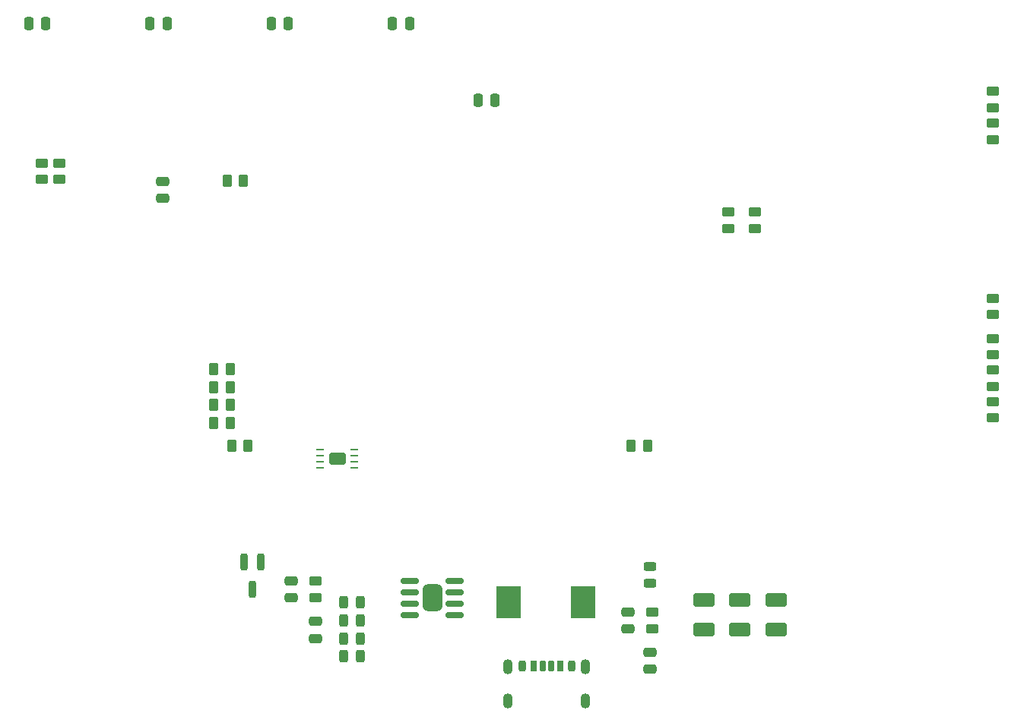
<source format=gbr>
%TF.GenerationSoftware,KiCad,Pcbnew,8.0.6*%
%TF.CreationDate,2025-01-24T00:07:20+07:00*%
%TF.ProjectId,esp_gamepad_v2,6573705f-6761-46d6-9570-61645f76322e,rev?*%
%TF.SameCoordinates,Original*%
%TF.FileFunction,Paste,Top*%
%TF.FilePolarity,Positive*%
%FSLAX46Y46*%
G04 Gerber Fmt 4.6, Leading zero omitted, Abs format (unit mm)*
G04 Created by KiCad (PCBNEW 8.0.6) date 2025-01-24 00:07:20*
%MOMM*%
%LPD*%
G01*
G04 APERTURE LIST*
G04 Aperture macros list*
%AMRoundRect*
0 Rectangle with rounded corners*
0 $1 Rounding radius*
0 $2 $3 $4 $5 $6 $7 $8 $9 X,Y pos of 4 corners*
0 Add a 4 corners polygon primitive as box body*
4,1,4,$2,$3,$4,$5,$6,$7,$8,$9,$2,$3,0*
0 Add four circle primitives for the rounded corners*
1,1,$1+$1,$2,$3*
1,1,$1+$1,$4,$5*
1,1,$1+$1,$6,$7*
1,1,$1+$1,$8,$9*
0 Add four rect primitives between the rounded corners*
20,1,$1+$1,$2,$3,$4,$5,0*
20,1,$1+$1,$4,$5,$6,$7,0*
20,1,$1+$1,$6,$7,$8,$9,0*
20,1,$1+$1,$8,$9,$2,$3,0*%
G04 Aperture macros list end*
%ADD10RoundRect,0.250000X-0.450000X0.262500X-0.450000X-0.262500X0.450000X-0.262500X0.450000X0.262500X0*%
%ADD11RoundRect,0.250000X0.450000X-0.262500X0.450000X0.262500X-0.450000X0.262500X-0.450000X-0.262500X0*%
%ADD12RoundRect,0.243750X-0.243750X-0.456250X0.243750X-0.456250X0.243750X0.456250X-0.243750X0.456250X0*%
%ADD13RoundRect,0.250000X-0.262500X-0.450000X0.262500X-0.450000X0.262500X0.450000X-0.262500X0.450000X0*%
%ADD14RoundRect,0.250000X-0.250000X-0.475000X0.250000X-0.475000X0.250000X0.475000X-0.250000X0.475000X0*%
%ADD15RoundRect,0.545793X-0.556707X-0.961707X0.556707X-0.961707X0.556707X0.961707X-0.556707X0.961707X0*%
%ADD16RoundRect,0.150000X-0.825000X-0.150000X0.825000X-0.150000X0.825000X0.150000X-0.825000X0.150000X0*%
%ADD17RoundRect,0.250000X0.475000X-0.250000X0.475000X0.250000X-0.475000X0.250000X-0.475000X-0.250000X0*%
%ADD18RoundRect,0.351875X-0.606875X-0.351875X0.606875X-0.351875X0.606875X0.351875X-0.606875X0.351875X0*%
%ADD19RoundRect,0.062500X-0.387500X-0.062500X0.387500X-0.062500X0.387500X0.062500X-0.387500X0.062500X0*%
%ADD20RoundRect,0.250001X-0.924999X0.499999X-0.924999X-0.499999X0.924999X-0.499999X0.924999X0.499999X0*%
%ADD21RoundRect,0.200000X-0.200000X0.750000X-0.200000X-0.750000X0.200000X-0.750000X0.200000X0.750000X0*%
%ADD22RoundRect,0.200000X0.200000X0.400000X-0.200000X0.400000X-0.200000X-0.400000X0.200000X-0.400000X0*%
%ADD23RoundRect,0.200000X-0.200000X-0.400000X0.200000X-0.400000X0.200000X0.400000X-0.200000X0.400000X0*%
%ADD24RoundRect,0.190000X-0.190000X-0.410000X0.190000X-0.410000X0.190000X0.410000X-0.190000X0.410000X0*%
%ADD25RoundRect,0.190000X0.190000X0.410000X-0.190000X0.410000X-0.190000X-0.410000X0.190000X-0.410000X0*%
%ADD26RoundRect,0.175000X0.175000X0.425000X-0.175000X0.425000X-0.175000X-0.425000X0.175000X-0.425000X0*%
%ADD27RoundRect,0.175000X-0.175000X-0.425000X0.175000X-0.425000X0.175000X0.425000X-0.175000X0.425000X0*%
%ADD28O,1.100000X1.700000*%
%ADD29RoundRect,0.250000X-0.475000X0.250000X-0.475000X-0.250000X0.475000X-0.250000X0.475000X0.250000X0*%
%ADD30RoundRect,0.243750X-0.456250X0.243750X-0.456250X-0.243750X0.456250X-0.243750X0.456250X0.243750X0*%
%ADD31RoundRect,0.250000X0.250000X0.475000X-0.250000X0.475000X-0.250000X-0.475000X0.250000X-0.475000X0*%
%ADD32R,2.700000X3.600000*%
G04 APERTURE END LIST*
D10*
%TO.C,R18*%
X126000000Y-115125000D03*
X126000000Y-116950000D03*
%TD*%
D11*
%TO.C,R15*%
X201500000Y-96912500D03*
X201500000Y-95087500D03*
%TD*%
D12*
%TO.C,D1*%
X129125000Y-123500000D03*
X131000000Y-123500000D03*
%TD*%
D11*
%TO.C,R16*%
X201500000Y-89912500D03*
X201500000Y-88087500D03*
%TD*%
D10*
%TO.C,R19*%
X163500000Y-118587500D03*
X163500000Y-120412500D03*
%TD*%
D11*
%TO.C,R5*%
X172000000Y-75825000D03*
X172000000Y-74000000D03*
%TD*%
D13*
%TO.C,R13*%
X114675000Y-95500000D03*
X116500000Y-95500000D03*
%TD*%
%TO.C,R14*%
X161175000Y-100000000D03*
X163000000Y-100000000D03*
%TD*%
D11*
%TO.C,R17*%
X201500000Y-93412500D03*
X201500000Y-91587500D03*
%TD*%
D14*
%TO.C,C1*%
X107600000Y-53000000D03*
X109500000Y-53000000D03*
%TD*%
D15*
%TO.C,U7*%
X139022500Y-117007500D03*
D16*
X136550000Y-115095000D03*
X136550000Y-116365000D03*
X136550000Y-117635000D03*
X136550000Y-118905000D03*
X141500000Y-118905000D03*
X141500000Y-117635000D03*
X141500000Y-116365000D03*
X141500000Y-115095000D03*
%TD*%
D17*
%TO.C,C6*%
X109000000Y-72450000D03*
X109000000Y-70550000D03*
%TD*%
D18*
%TO.C,U5*%
X128450000Y-101475000D03*
X128450000Y-101475000D03*
D19*
X126550000Y-100500000D03*
X126550000Y-101150000D03*
X126550000Y-101800000D03*
X126550000Y-102450000D03*
X130350000Y-102450000D03*
X130350000Y-101800000D03*
X130350000Y-101150000D03*
X130350000Y-100500000D03*
%TD*%
D20*
%TO.C,C12*%
X173300000Y-117250000D03*
X173300000Y-120500000D03*
%TD*%
D13*
%TO.C,R9*%
X114675000Y-97500000D03*
X116500000Y-97500000D03*
%TD*%
D21*
%TO.C,Q1*%
X118050000Y-113000000D03*
X119950000Y-113000000D03*
X119000000Y-116000000D03*
%TD*%
D22*
%TO.C,P1*%
X154550000Y-124620000D03*
D23*
X149050000Y-124620000D03*
D24*
X150280000Y-124620000D03*
D25*
X153320000Y-124620000D03*
D26*
X152300000Y-124620000D03*
D27*
X151300000Y-124620000D03*
D28*
X147480000Y-124700000D03*
X147480000Y-128500000D03*
X156120000Y-124700000D03*
X156120000Y-128500000D03*
%TD*%
D13*
%TO.C,R10*%
X114675000Y-91500000D03*
X116500000Y-91500000D03*
%TD*%
D14*
%TO.C,C2*%
X94100000Y-53000000D03*
X96000000Y-53000000D03*
%TD*%
D29*
%TO.C,C8*%
X123300000Y-115100000D03*
X123300000Y-117000000D03*
%TD*%
D11*
%TO.C,R3*%
X97500000Y-70325000D03*
X97500000Y-68500000D03*
%TD*%
D29*
%TO.C,C9*%
X163300000Y-123050000D03*
X163300000Y-124950000D03*
%TD*%
D13*
%TO.C,R12*%
X116675000Y-100000000D03*
X118500000Y-100000000D03*
%TD*%
D30*
%TO.C,D5*%
X163300000Y-113500000D03*
X163300000Y-115375000D03*
%TD*%
D11*
%TO.C,R8*%
X201500000Y-65912500D03*
X201500000Y-64087500D03*
%TD*%
D10*
%TO.C,R2*%
X95500000Y-68500000D03*
X95500000Y-70325000D03*
%TD*%
D12*
%TO.C,D3*%
X129125000Y-119500000D03*
X131000000Y-119500000D03*
%TD*%
%TO.C,D2*%
X129125000Y-121500000D03*
X131000000Y-121500000D03*
%TD*%
D20*
%TO.C,C13*%
X169300000Y-117250000D03*
X169300000Y-120500000D03*
%TD*%
D11*
%TO.C,R7*%
X201500000Y-85412500D03*
X201500000Y-83587500D03*
%TD*%
%TO.C,R6*%
X175000000Y-75825000D03*
X175000000Y-74000000D03*
%TD*%
D13*
%TO.C,R4*%
X116175000Y-70500000D03*
X118000000Y-70500000D03*
%TD*%
D14*
%TO.C,C4*%
X134600000Y-53000000D03*
X136500000Y-53000000D03*
%TD*%
D29*
%TO.C,C7*%
X126000000Y-119600000D03*
X126000000Y-121500000D03*
%TD*%
D10*
%TO.C,R1*%
X201500000Y-60500000D03*
X201500000Y-62325000D03*
%TD*%
D12*
%TO.C,D4*%
X129125000Y-117500000D03*
X131000000Y-117500000D03*
%TD*%
D31*
%TO.C,C5*%
X146000000Y-61500000D03*
X144100000Y-61500000D03*
%TD*%
D14*
%TO.C,C3*%
X121100000Y-53000000D03*
X123000000Y-53000000D03*
%TD*%
D29*
%TO.C,C10*%
X160800000Y-118550000D03*
X160800000Y-120450000D03*
%TD*%
D32*
%TO.C,L1*%
X147500000Y-117500000D03*
X155800000Y-117500000D03*
%TD*%
D20*
%TO.C,C11*%
X177300000Y-117250000D03*
X177300000Y-120500000D03*
%TD*%
D13*
%TO.C,R11*%
X114675000Y-93500000D03*
X116500000Y-93500000D03*
%TD*%
M02*

</source>
